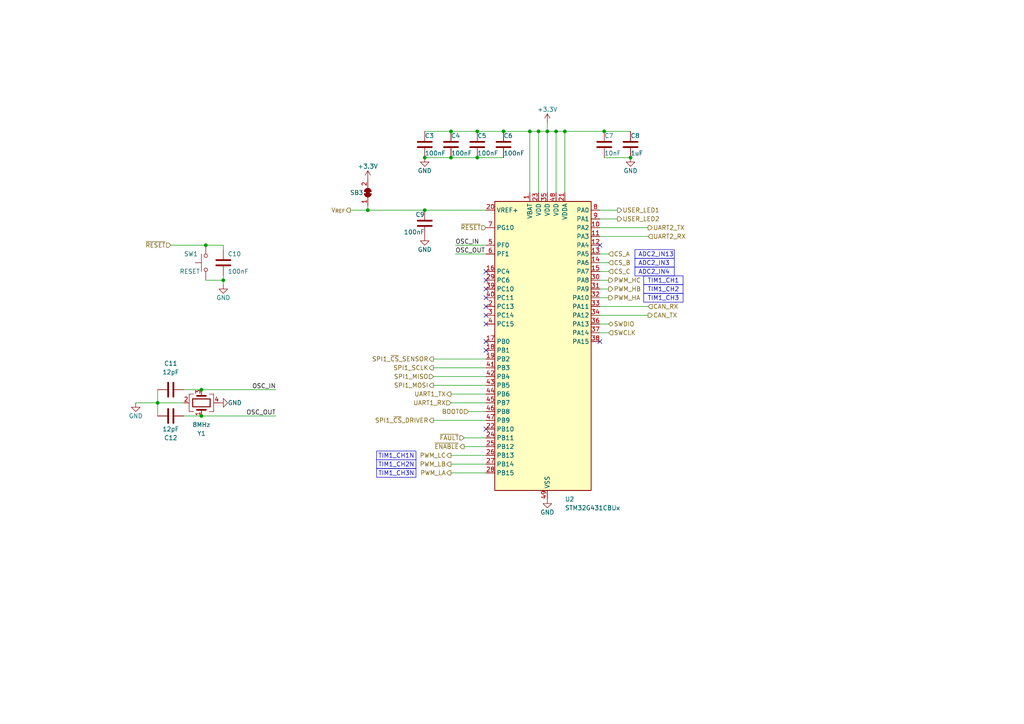
<source format=kicad_sch>
(kicad_sch (version 20230121) (generator eeschema)
  (paper "A4")
  (lib_symbols
    (symbol "Device:C" (pin_numbers hide) (pin_names (offset 0.254))
      (property "Reference" "C" (at 0.635 2.54 0))
      (property "Value" "C" (at 0.635 -2.54 0))
      (symbol "C_0_1"
        (polyline (pts (xy -2.032 -0.762) (xy 2.032 -0.762)) (stroke (width 0.508)))
        (polyline (pts (xy -2.032 0.762) (xy 2.032 0.762)) (stroke (width 0.508)))
      )
      (symbol "C_1_1"
        (pin passive line (at 0 3.81 270) (length 2.794) (name "~") (number "1"))
        (pin passive line (at 0 -3.81 90) (length 2.794) (name "~") (number "2"))
      )
    )
    (symbol "Device:Crystal_GND24" (pin_names (offset 1.016) hide)
      (property "Reference" "Y" (at 3.175 5.08 0))
      (property "Value" "Crystal_GND24" (at 3.175 3.175 0))
      (symbol "Crystal_GND24_0_1"
        (rectangle (start -1.143 2.54) (end 1.143 -2.54) (stroke (width 0.3048)))
        (polyline (pts (xy -2.54 0) (xy -2.032 0)))
        (polyline (pts (xy -2.032 -1.27) (xy -2.032 1.27)) (stroke (width 0.508)))
        (polyline (pts (xy 0 -3.81) (xy 0 -3.556)))
        (polyline (pts (xy 0 3.556) (xy 0 3.81)))
        (polyline (pts (xy 2.032 -1.27) (xy 2.032 1.27)) (stroke (width 0.508)))
        (polyline (pts (xy 2.032 0) (xy 2.54 0)))
        (polyline (pts (xy -2.54 -2.286) (xy -2.54 -3.556) (xy 2.54 -3.556) (xy 2.54 -2.286)))
        (polyline (pts (xy -2.54 2.286) (xy -2.54 3.556) (xy 2.54 3.556) (xy 2.54 2.286)))
      )
      (symbol "Crystal_GND24_1_1"
        (pin passive line (at -3.81 0 0) (length 1.27) (name "1") (number "1"))
        (pin passive line (at 0 5.08 270) (length 1.27) (name "2") (number "2"))
        (pin passive line (at 3.81 0 180) (length 1.27) (name "3") (number "3"))
        (pin passive line (at 0 -5.08 90) (length 1.27) (name "4") (number "4"))
      )
    )
    (symbol "GND_1" (power) (pin_names (offset 0))
      (property "Value" "GND_1" (at 0 -3.81 0))
      (symbol "GND_1_0_1"
        (polyline (pts (xy 0 0) (xy 0 -1.27) (xy 1.27 -1.27) (xy 0 -2.54) (xy -1.27 -1.27) (xy 0 -1.27)))
      )
      (symbol "GND_1_1_1"
        (pin power_in line (at 0 0 270) (length 0) hide (name "GND") (number "1"))
      )
    )
    (symbol "GND_2" (power) (pin_names (offset 0))
      (property "Value" "GND_2" (at 0 -3.81 0))
      (symbol "GND_2_0_1"
        (polyline (pts (xy 0 0) (xy 0 -1.27) (xy 1.27 -1.27) (xy 0 -2.54) (xy -1.27 -1.27) (xy 0 -1.27)))
      )
      (symbol "GND_2_1_1"
        (pin power_in line (at 0 0 270) (length 0) hide (name "GND") (number "1"))
      )
    )
    (symbol "Jumper:SolderJumper_2_Bridged" (pin_names (offset 0) hide)
      (property "Reference" "JP" (at 0 2.032 0))
      (property "Value" "SolderJumper_2_Bridged" (at 0 -2.54 0))
      (symbol "SolderJumper_2_Bridged_0_1"
        (rectangle (start -0.508 0.508) (end 0.508 -0.508) (fill (type outline)))
        (arc (start -0.254 1.016) (mid -1.2656 0) (end -0.254 -1.016))
        (arc (start -0.254 1.016) (mid -1.2656 0) (end -0.254 -1.016) (fill (type outline)))
        (polyline (pts (xy -0.254 1.016) (xy -0.254 -1.016)))
        (polyline (pts (xy 0.254 1.016) (xy 0.254 -1.016)))
        (arc (start 0.254 -1.016) (mid 1.2656 0) (end 0.254 1.016))
        (arc (start 0.254 -1.016) (mid 1.2656 0) (end 0.254 1.016) (fill (type outline)))
      )
      (symbol "SolderJumper_2_Bridged_1_1"
        (pin passive line (at -3.81 0 0) (length 2.54) (name "A") (number "1"))
        (pin passive line (at 3.81 0 180) (length 2.54) (name "B") (number "2"))
      )
    )
    (symbol "MCU_ST_STM32G4:STM32G431CBUx"
      (property "Reference" "U" (at -12.7 44.45 0))
      (property "Value" "STM32G431CBUx" (at 10.16 44.45 0))
      (symbol "STM32G431CBUx_0_1"
        (rectangle (start -12.7 -40.64) (end 15.24 43.18) (stroke (width 0.254)) (fill (type background)))
      )
      (symbol "STM32G431CBUx_1_1"
        (pin power_in line (at -2.54 45.72 270) (length 2.54) (name "VBAT") (number "1"))
        (pin bidirectional line (at 17.78 35.56 180) (length 2.54) (name "PA2") (number "10"))
        (pin bidirectional line (at 17.78 33.02 180) (length 2.54) (name "PA3") (number "11"))
        (pin bidirectional line (at 17.78 30.48 180) (length 2.54) (name "PA4") (number "12"))
        (pin bidirectional line (at 17.78 27.94 180) (length 2.54) (name "PA5") (number "13"))
        (pin bidirectional line (at 17.78 25.4 180) (length 2.54) (name "PA6") (number "14"))
        (pin bidirectional line (at 17.78 22.86 180) (length 2.54) (name "PA7") (number "15"))
        (pin bidirectional line (at -15.24 22.86 0) (length 2.54) (name "PC4") (number "16"))
        (pin bidirectional line (at -15.24 2.54 0) (length 2.54) (name "PB0") (number "17"))
        (pin bidirectional line (at -15.24 0 0) (length 2.54) (name "PB1") (number "18"))
        (pin bidirectional line (at -15.24 -2.54 0) (length 2.54) (name "PB2") (number "19"))
        (pin bidirectional line (at -15.24 12.7 0) (length 2.54) (name "PC13") (number "2"))
        (pin input line (at -15.24 40.64 0) (length 2.54) (name "VREF+") (number "20"))
        (pin power_in line (at 7.62 45.72 270) (length 2.54) (name "VDDA") (number "21"))
        (pin bidirectional line (at -15.24 -22.86 0) (length 2.54) (name "PB10") (number "22"))
        (pin power_in line (at 0 45.72 270) (length 2.54) (name "VDD") (number "23"))
        (pin bidirectional line (at -15.24 -25.4 0) (length 2.54) (name "PB11") (number "24"))
        (pin bidirectional line (at -15.24 -27.94 0) (length 2.54) (name "PB12") (number "25"))
        (pin bidirectional line (at -15.24 -30.48 0) (length 2.54) (name "PB13") (number "26"))
        (pin bidirectional line (at -15.24 -33.02 0) (length 2.54) (name "PB14") (number "27"))
        (pin bidirectional line (at -15.24 -35.56 0) (length 2.54) (name "PB15") (number "28"))
        (pin bidirectional line (at -15.24 20.32 0) (length 2.54) (name "PC6") (number "29"))
        (pin bidirectional line (at -15.24 10.16 0) (length 2.54) (name "PC14") (number "3"))
        (pin bidirectional line (at 17.78 20.32 180) (length 2.54) (name "PA8") (number "30"))
        (pin bidirectional line (at 17.78 17.78 180) (length 2.54) (name "PA9") (number "31"))
        (pin bidirectional line (at 17.78 15.24 180) (length 2.54) (name "PA10") (number "32"))
        (pin bidirectional line (at 17.78 12.7 180) (length 2.54) (name "PA11") (number "33"))
        (pin bidirectional line (at 17.78 10.16 180) (length 2.54) (name "PA12") (number "34"))
        (pin power_in line (at 2.54 45.72 270) (length 2.54) (name "VDD") (number "35"))
        (pin bidirectional line (at 17.78 7.62 180) (length 2.54) (name "PA13") (number "36"))
        (pin bidirectional line (at 17.78 5.08 180) (length 2.54) (name "PA14") (number "37"))
        (pin bidirectional line (at 17.78 2.54 180) (length 2.54) (name "PA15") (number "38"))
        (pin bidirectional line (at -15.24 17.78 0) (length 2.54) (name "PC10") (number "39"))
        (pin bidirectional line (at -15.24 7.62 0) (length 2.54) (name "PC15") (number "4"))
        (pin bidirectional line (at -15.24 15.24 0) (length 2.54) (name "PC11") (number "40"))
        (pin bidirectional line (at -15.24 -5.08 0) (length 2.54) (name "PB3") (number "41"))
        (pin bidirectional line (at -15.24 -7.62 0) (length 2.54) (name "PB4") (number "42"))
        (pin bidirectional line (at -15.24 -10.16 0) (length 2.54) (name "PB5") (number "43"))
        (pin bidirectional line (at -15.24 -12.7 0) (length 2.54) (name "PB6") (number "44"))
        (pin bidirectional line (at -15.24 -15.24 0) (length 2.54) (name "PB7") (number "45"))
        (pin bidirectional line (at -15.24 -17.78 0) (length 2.54) (name "PB8") (number "46"))
        (pin bidirectional line (at -15.24 -20.32 0) (length 2.54) (name "PB9") (number "47"))
        (pin power_in line (at 5.08 45.72 270) (length 2.54) (name "VDD") (number "48"))
        (pin power_in line (at 2.54 -43.18 90) (length 2.54) (name "VSS") (number "49"))
        (pin bidirectional line (at -15.24 30.48 0) (length 2.54) (name "PF0") (number "5"))
        (pin bidirectional line (at -15.24 27.94 0) (length 2.54) (name "PF1") (number "6"))
        (pin bidirectional line (at -15.24 35.56 0) (length 2.54) (name "PG10") (number "7"))
        (pin bidirectional line (at 17.78 40.64 180) (length 2.54) (name "PA0") (number "8"))
        (pin bidirectional line (at 17.78 38.1 180) (length 2.54) (name "PA1") (number "9"))
      )
    )
    (symbol "Switch:SW_Push" (pin_numbers hide) (pin_names (offset 1.016) hide)
      (property "Reference" "SW" (at 1.27 2.54 0))
      (property "Value" "SW_Push" (at 0 -1.524 0))
      (symbol "SW_Push_0_1"
        (circle (center -2.032 0) (radius 0.508))
        (polyline (pts (xy 0 1.27) (xy 0 3.048)))
        (polyline (pts (xy 2.54 1.27) (xy -2.54 1.27)))
        (circle (center 2.032 0) (radius 0.508))
        (pin passive line (at -5.08 0 0) (length 2.54) (name "1") (number "1"))
        (pin passive line (at 5.08 0 180) (length 2.54) (name "2") (number "2"))
      )
    )
    (symbol "power:+3.3V" (power) (pin_names (offset 0))
      (property "Value" "+3.3V" (at 0 3.556 0))
      (symbol "+3.3V_0_1"
        (polyline (pts (xy -0.762 1.27) (xy 0 2.54)))
        (polyline (pts (xy 0 0) (xy 0 2.54)))
        (polyline (pts (xy 0 2.54) (xy 0.762 1.27)))
      )
      (symbol "+3.3V_1_1"
        (pin power_in line (at 0 0 90) (length 0) hide (name "+3.3V") (number "1"))
      )
    )
    (symbol "power:GND" (power) (pin_names (offset 0))
      (property "Value" "GND" (at 0 -3.81 0))
      (symbol "GND_0_1"
        (polyline (pts (xy 0 0) (xy 0 -1.27) (xy 1.27 -1.27) (xy 0 -2.54) (xy -1.27 -1.27) (xy 0 -1.27)))
      )
      (symbol "GND_1_1"
        (pin power_in line (at 0 0 270) (length 0) hide (name "GND") (number "1"))
      )
    )
  )
  (junction (at 59.69 71.12))
  (junction (at 64.77 81.28))
  (junction (at 153.67 38.1))
  (junction (at 163.83 38.1))
  (junction (at 58.42 120.65))
  (junction (at 175.26 38.1))
  (junction (at 158.75 38.1))
  (junction (at 130.81 45.72))
  (junction (at 146.05 38.1))
  (junction (at 138.43 38.1))
  (junction (at 45.72 116.84))
  (junction (at 156.21 38.1))
  (junction (at 106.68 60.96))
  (junction (at 138.43 45.72))
  (junction (at 182.88 45.72))
  (junction (at 130.81 38.1))
  (junction (at 123.19 60.96))
  (junction (at 58.42 113.03))
  (junction (at 161.29 38.1))
  (junction (at 123.19 45.72))
  (no_connect (at 140.97 88.9))
  (no_connect (at 140.97 91.44))
  (no_connect (at 140.97 124.46))
  (no_connect (at 140.97 83.82))
  (no_connect (at 140.97 78.74))
  (no_connect (at 140.97 86.36))
  (no_connect (at 140.97 81.28))
  (no_connect (at 140.97 101.6))
  (no_connect (at 173.99 71.12))
  (no_connect (at 140.97 93.98))
  (no_connect (at 173.99 99.06))
  (no_connect (at 140.97 99.06))
  (wire (pts (xy 39.37 116.84) (xy 45.72 116.84)))
  (wire (pts (xy 132.08 73.66) (xy 140.97 73.66)))
  (wire (pts (xy 161.29 38.1) (xy 161.29 55.88)))
  (wire (pts (xy 59.69 71.12) (xy 49.53 71.12)))
  (wire (pts (xy 138.43 45.72) (xy 146.05 45.72)))
  (wire (pts (xy 140.97 114.3) (xy 130.81 114.3)))
  (wire (pts (xy 146.05 38.1) (xy 153.67 38.1)))
  (wire (pts (xy 130.81 38.1) (xy 123.19 38.1)))
  (wire (pts (xy 173.99 93.98) (xy 176.53 93.98)))
  (wire (pts (xy 140.97 111.76) (xy 125.73 111.76)))
  (wire (pts (xy 158.75 38.1) (xy 158.75 55.88)))
  (wire (pts (xy 53.34 113.03) (xy 58.42 113.03)))
  (wire (pts (xy 173.99 76.2) (xy 176.53 76.2)))
  (wire (pts (xy 173.99 86.36) (xy 176.53 86.36)))
  (wire (pts (xy 156.21 38.1) (xy 158.75 38.1)))
  (wire (pts (xy 140.97 116.84) (xy 130.81 116.84)))
  (wire (pts (xy 106.68 59.69) (xy 106.68 60.96)))
  (wire (pts (xy 138.43 38.1) (xy 130.81 38.1)))
  (wire (pts (xy 158.75 35.56) (xy 158.75 38.1)))
  (wire (pts (xy 153.67 38.1) (xy 153.67 55.88)))
  (wire (pts (xy 58.42 113.03) (xy 80.01 113.03)))
  (wire (pts (xy 130.81 45.72) (xy 138.43 45.72)))
  (wire (pts (xy 59.69 71.12) (xy 64.77 71.12)))
  (wire (pts (xy 134.62 127) (xy 140.97 127)))
  (wire (pts (xy 64.77 81.28) (xy 64.77 80.01)))
  (wire (pts (xy 125.73 121.92) (xy 140.97 121.92)))
  (wire (pts (xy 132.08 71.12) (xy 140.97 71.12)))
  (wire (pts (xy 175.26 45.72) (xy 182.88 45.72)))
  (wire (pts (xy 53.34 120.65) (xy 58.42 120.65)))
  (wire (pts (xy 64.77 81.28) (xy 64.77 82.55)))
  (wire (pts (xy 161.29 38.1) (xy 158.75 38.1)))
  (wire (pts (xy 135.89 119.38) (xy 140.97 119.38)))
  (wire (pts (xy 45.72 116.84) (xy 53.34 116.84)))
  (wire (pts (xy 123.19 45.72) (xy 130.81 45.72)))
  (wire (pts (xy 45.72 113.03) (xy 45.72 116.84)))
  (wire (pts (xy 123.19 60.96) (xy 140.97 60.96)))
  (wire (pts (xy 130.81 137.16) (xy 140.97 137.16)))
  (wire (pts (xy 64.77 71.12) (xy 64.77 72.39)))
  (wire (pts (xy 173.99 66.04) (xy 187.96 66.04)))
  (wire (pts (xy 45.72 116.84) (xy 45.72 120.65)))
  (wire (pts (xy 140.97 106.68) (xy 125.73 106.68)))
  (wire (pts (xy 156.21 38.1) (xy 156.21 55.88)))
  (wire (pts (xy 163.83 38.1) (xy 163.83 55.88)))
  (wire (pts (xy 173.99 88.9) (xy 187.96 88.9)))
  (wire (pts (xy 163.83 38.1) (xy 175.26 38.1)))
  (wire (pts (xy 175.26 38.1) (xy 182.88 38.1)))
  (wire (pts (xy 134.62 129.54) (xy 140.97 129.54)))
  (wire (pts (xy 140.97 109.22) (xy 125.73 109.22)))
  (wire (pts (xy 146.05 38.1) (xy 138.43 38.1)))
  (wire (pts (xy 59.69 81.28) (xy 64.77 81.28)))
  (wire (pts (xy 130.81 132.08) (xy 140.97 132.08)))
  (wire (pts (xy 179.07 60.96) (xy 173.99 60.96)))
  (wire (pts (xy 173.99 81.28) (xy 176.53 81.28)))
  (wire (pts (xy 106.68 60.96) (xy 123.19 60.96)))
  (wire (pts (xy 173.99 96.52) (xy 176.53 96.52)))
  (wire (pts (xy 130.81 134.62) (xy 140.97 134.62)))
  (wire (pts (xy 153.67 38.1) (xy 156.21 38.1)))
  (wire (pts (xy 173.99 73.66) (xy 176.53 73.66)))
  (wire (pts (xy 173.99 83.82) (xy 176.53 83.82)))
  (wire (pts (xy 173.99 91.44) (xy 187.96 91.44)))
  (wire (pts (xy 173.99 68.58) (xy 187.96 68.58)))
  (wire (pts (xy 101.6 60.96) (xy 106.68 60.96)))
  (wire (pts (xy 125.73 104.14) (xy 140.97 104.14)))
  (wire (pts (xy 179.07 63.5) (xy 173.99 63.5)))
  (wire (pts (xy 173.99 78.74) (xy 176.53 78.74)))
  (wire (pts (xy 161.29 38.1) (xy 163.83 38.1)))
  (wire (pts (xy 58.42 120.65) (xy 80.01 120.65)))
  (text_box "TIM1_CH2" (at 186.69 82.55 0) (size 11.43 2.54) (effects (font (size 1.27 1.27))))
  (text_box "ADC2_IN4" (at 184.15 77.47 0) (size 11.43 2.54) (effects (font (size 1.27 1.27)) (justify left)))
  (text_box "ADC2_IN13" (at 184.15 72.39 0) (size 11.43 2.54) (effects (font (size 1.27 1.27)) (justify left)))
  (text_box "TIM1_CH3N\n" (at 109.22 135.89 0) (size 11.43 2.54) (effects (font (size 1.27 1.27))))
  (text_box "TIM1_CH1" (at 186.69 80.01 0) (size 11.43 2.54) (effects (font (size 1.27 1.27))))
  (text_box "TIM1_CH1N" (at 109.22 130.81 0) (size 11.43 2.54) (effects (font (size 1.27 1.27))))
  (text_box "TIM1_CH2N" (at 109.22 133.35 0) (size 11.43 2.54) (effects (font (size 1.27 1.27))))
  (text_box "TIM1_CH3" (at 186.69 85.09 0) (size 11.43 2.54) (effects (font (size 1.27 1.27))))
  (text_box "ADC2_IN3" (at 184.15 74.93 0) (size 11.43 2.54) (effects (font (size 1.27 1.27)) (justify left)))
  (label "OSC_IN" (at 132.08 71.12 0))
  (label "OSC_OUT" (at 132.08 73.66 0))
  (label "OSC_IN" (at 80.01 113.03 180))
  (label "OSC_OUT" (at 80.01 120.65 180))
  (hierarchical_label "SWDIO" (shape bidirectional) (at 176.53 93.98 0))
  (hierarchical_label "~{RESET}" (shape input) (at 140.97 66.04 180))
  (hierarchical_label "PWM_LC" (shape output) (at 130.81 132.08 180))
  (hierarchical_label "UART2_RX" (shape input) (at 187.96 68.58 0))
  (hierarchical_label "SPI1_MISO" (shape input) (at 125.73 109.22 180))
  (hierarchical_label "CS_C" (shape input) (at 176.53 78.74 0))
  (hierarchical_label "UART1_TX" (shape output) (at 130.81 114.3 180))
  (hierarchical_label "PWM_LB" (shape output) (at 130.81 134.62 180))
  (hierarchical_label "~{ENABLE}" (shape output) (at 134.62 129.54 180))
  (hierarchical_label "SPI1_MOSI" (shape output) (at 125.73 111.76 180))
  (hierarchical_label "BOOT0" (shape input) (at 135.89 119.38 180))
  (hierarchical_label "SPI1_SCLK" (shape output) (at 125.73 106.68 180))
  (hierarchical_label "CS_A" (shape input) (at 176.53 73.66 0))
  (hierarchical_label "USER_LED1" (shape output) (at 179.07 60.96 0))
  (hierarchical_label "PWM_HB" (shape output) (at 176.53 83.82 0))
  (hierarchical_label "UART2_TX" (shape output) (at 187.96 66.04 0))
  (hierarchical_label "V_{REF}" (shape output) (at 101.6 60.96 180))
  (hierarchical_label "CS_B" (shape input) (at 176.53 76.2 0))
  (hierarchical_label "SWCLK" (shape input) (at 176.53 96.52 0))
  (hierarchical_label "PWM_HC" (shape output) (at 176.53 81.28 0))
  (hierarchical_label "~{FAULT}" (shape input) (at 134.62 127 180))
  (hierarchical_label "CAN_RX" (shape input) (at 187.96 88.9 0))
  (hierarchical_label "USER_LED2" (shape output) (at 179.07 63.5 0))
  (hierarchical_label "SPI1_~{CS}_DRIVER" (shape output) (at 125.73 121.92 180))
  (hierarchical_label "PWM_HA" (shape output) (at 176.53 86.36 0))
  (hierarchical_label "UART1_RX" (shape input) (at 130.81 116.84 180))
  (hierarchical_label "PWM_LA" (shape output) (at 130.81 137.16 180))
  (hierarchical_label "SPI1_~{CS}_SENSOR" (shape output) (at 125.73 104.14 180))
  (hierarchical_label "CAN_TX" (shape output) (at 187.96 91.44 0))
  (hierarchical_label "~{RESET}" (shape input) (at 49.53 71.12 180))
  (symbol (lib_id "Device:C") (at 123.19 64.77 0) (mirror y) (unit 1)
    (property "Reference" "C9" (at 123.19 62.23 0) (effects (justify left)))
    (property "Value" "100nF" (at 123.19 67.31 0) (effects (justify left)))
    (property "Footprint" "Capacitor_SMD:C_0402_1005Metric" (effects hide))
    (property "JLCPCB Part #" "C1525" (effects hide))
    (property "MFR.Part #" "CL05B104KO5NNNC" (effects hide))
    (instances (project "moco-oi401" (path "" (reference "C9") (unit 1))) (project "moco-od501" (path "" (reference "C?") (unit 1))))
  )
  (symbol (lib_id "Device:C") (at 175.26 41.91 0) (unit 1)
    (property "Reference" "C7" (at 175.26 39.37 0) (effects (justify left)))
    (property "Value" "10nF" (at 175.26 44.45 0) (effects (justify left)))
    (property "Footprint" "Capacitor_SMD:C_0402_1005Metric" (effects hide))
    (property "JLCPCB Part #" "C1525" (effects hide))
    (property "MFR.Part #" "CL05B104KO5NNNC" (effects hide))
    (instances (project "moco-oi401" (path "" (reference "C7") (unit 1))) (project "moco-od501" (path "" (reference "C?") (unit 1))))
  )
  (symbol (lib_id "power:+3.3V") (at 106.68 52.07 0) (unit 1)
    (property "Reference" "#PWR017" (effects hide))
    (property "Value" "+3.3V" (at 106.68 48.26 0))
    (instances (project "moco-oi401" (path "" (reference "#PWR017") (unit 1))) (project "moco-od501" (path "" (reference "#PWR?") (unit 1))))
  )
  (symbol (lib_id "power:GND") (at 182.88 45.72 0) (unit 1)
    (property "Reference" "#PWR016" (effects hide))
    (property "Value" "GND" (at 182.88 49.53 0))
    (instances (project "moco-oi401" (path "" (reference "#PWR016") (unit 1))) (project "moco-od501" (path "" (reference "#PWR?") (unit 1))))
  )
  (symbol (lib_id "Device:C") (at 138.43 41.91 0) (unit 1)
    (property "Reference" "C5" (at 138.43 39.37 0) (effects (justify left)))
    (property "Value" "100nF" (at 138.43 44.45 0) (effects (justify left)))
    (property "Footprint" "Capacitor_SMD:C_0402_1005Metric" (effects hide))
    (property "JLCPCB Part #" "C1525" (effects hide))
    (property "MFR.Part #" "CL05B104KO5NNNC" (effects hide))
    (instances (project "moco-oi401" (path "" (reference "C5") (unit 1))) (project "moco-od501" (path "" (reference "C?") (unit 1))))
  )
  (symbol (lib_id "power:GND") (at 64.77 82.55 0) (unit 1)
    (property "Reference" "#PWR019" (effects hide))
    (property "Value" "GND" (at 64.77 86.36 0))
    (instances (project "moco-oi401" (path "" (reference "#PWR019") (unit 1))) (project "moco-od501" (path "" (reference "#PWR?") (unit 1))))
  )
  (symbol (lib_id "power:GND") (at 123.19 68.58 0) (mirror y) (unit 1)
    (property "Reference" "#PWR018" (effects hide))
    (property "Value" "GND" (at 123.19 72.39 0))
    (instances (project "moco-oi401" (path "" (reference "#PWR018") (unit 1))) (project "moco-od501" (path "" (reference "#PWR?") (unit 1))))
  )
  (symbol (lib_id "Device:C") (at 64.77 76.2 0) (unit 1)
    (property "Reference" "C10" (at 66.04 73.66 0) (effects (justify left)))
    (property "Value" "100nF" (at 66.04 78.74 0) (effects (justify left)))
    (property "Footprint" "Capacitor_SMD:C_0402_1005Metric" (effects hide))
    (property "JLCPCB Part #" "C1525" (effects hide))
    (property "MFR.Part #" "CL05B104KO5NNNC" (effects hide))
    (instances (project "moco-oi401" (path "" (reference "C10") (unit 1))) (project "moco-od501" (path "" (reference "C?") (unit 1))))
  )
  (symbol (lib_id "power:GND") (at 158.75 144.78 0) (mirror y) (unit 1)
    (property "Reference" "#PWR022" (effects hide))
    (property "Value" "GND" (at 158.75 148.59 0))
    (instances (project "moco-oi401" (path "" (reference "#PWR022") (unit 1))) (project "moco-od501" (path "" (reference "#PWR?") (unit 1))))
  )
  (symbol (lib_name "GND_1") (lib_id "power:GND") (at 39.37 116.84 0) (unit 1)
    (property "Reference" "#PWR020" (effects hide))
    (property "Value" "GND" (at 39.37 120.65 0))
    (instances (project "moco-oi401" (path "" (reference "#PWR020") (unit 1))) (project "moco-od501" (path "" (reference "#PWR?") (unit 1))))
  )
  (symbol (lib_id "Device:C") (at 49.53 113.03 90) (unit 1)
    (property "Reference" "C11" (at 49.53 105.41 90))
    (property "Value" "12pF" (at 49.53 107.95 90))
    (property "Footprint" "Capacitor_SMD:C_0402_1005Metric" (effects hide))
    (instances (project "moco-oi401" (path "" (reference "C11") (unit 1))) (project "moco-od501" (path "" (reference "C?") (unit 1))))
  )
  (symbol (lib_id "Device:C") (at 49.53 120.65 90) (unit 1)
    (property "Reference" "C12" (at 49.53 127 90))
    (property "Value" "12pF" (at 49.53 124.46 90))
    (property "Footprint" "Capacitor_SMD:C_0402_1005Metric" (effects hide))
    (instances (project "moco-oi401" (path "" (reference "C12") (unit 1))) (project "moco-od501" (path "" (reference "C?") (unit 1))))
  )
  (symbol (lib_id "Device:C") (at 130.81 41.91 0) (unit 1)
    (property "Reference" "C4" (at 130.81 39.37 0) (effects (justify left)))
    (property "Value" "100nF" (at 130.81 44.45 0) (effects (justify left)))
    (property "Footprint" "Capacitor_SMD:C_0402_1005Metric" (effects hide))
    (property "JLCPCB Part #" "C1525" (effects hide))
    (property "MFR.Part #" "CL05B104KO5NNNC" (effects hide))
    (instances (project "moco-oi401" (path "" (reference "C4") (unit 1))) (project "moco-od501" (path "" (reference "C?") (unit 1))))
  )
  (symbol (lib_name "GND_2") (lib_id "power:GND") (at 63.5 116.84 90) (unit 1)
    (property "Reference" "#PWR021" (effects hide))
    (property "Value" "GND" (at 66.04 116.84 90) (effects (justify right)))
    (instances (project "moco-oi401" (path "" (reference "#PWR021") (unit 1))) (project "moco-od501" (path "" (reference "#PWR?") (unit 1))))
  )
  (symbol (lib_id "Switch:SW_Push") (at 59.69 76.2 90) (unit 1)
    (property "Reference" "SW1" (at 53.34 73.66 90) (effects (justify right)))
    (property "Value" "RESET" (at 52.07 78.74 90) (effects (justify right)))
    (property "Footprint" "Button_Switch_SMD:SW_SPST_CK_RS282G05A3" (effects hide))
    (instances (project "moco-oi401" (path "" (reference "SW1") (unit 1))) (project "moco-od501" (path "" (reference "SW?") (unit 1))))
  )
  (symbol (lib_id "Device:Crystal_GND24") (at 58.42 116.84 90) (unit 1)
    (property "Reference" "Y1" (at 58.42 125.73 90))
    (property "Value" "8MHz" (at 58.42 123.19 90))
    (property "Footprint" "Crystal:Crystal_SMD_3225-4Pin_3.2x2.5mm" (effects hide))
    (instances (project "moco-oi401" (path "" (reference "Y1") (unit 1))) (project "moco-od501" (path "" (reference "Y?") (unit 1))))
  )
  (symbol (lib_id "power:GND") (at 123.19 45.72 0) (unit 1)
    (property "Reference" "#PWR015" (effects hide))
    (property "Value" "GND" (at 123.19 49.53 0))
    (instances (project "moco-oi401" (path "" (reference "#PWR015") (unit 1))) (project "moco-od501" (path "" (reference "#PWR?") (unit 1))))
  )
  (symbol (lib_id "Device:C") (at 123.19 41.91 0) (unit 1)
    (property "Reference" "C3" (at 123.19 39.37 0) (effects (justify left)))
    (property "Value" "100nF" (at 123.19 44.45 0) (effects (justify left)))
    (property "Footprint" "Capacitor_SMD:C_0402_1005Metric" (effects hide))
    (property "JLCPCB Part #" "C1525" (effects hide))
    (property "MFR.Part #" "CL05B104KO5NNNC" (effects hide))
    (instances (project "moco-oi401" (path "" (reference "C3") (unit 1))) (project "moco-od501" (path "" (reference "C?") (unit 1))))
  )
  (symbol (lib_id "Jumper:SolderJumper_2_Bridged") (at 106.68 55.88 270) (mirror x) (unit 1)
    (property "Reference" "SB3" (at 105.41 55.88 90) (effects (justify right)))
    (property "Value" "SolderJumper_2_Bridged" (effects hide))
    (property "Footprint" "Jumper:SolderJumper-2_P1.3mm_Bridged_RoundedPad1.0x1.5mm" (effects hide))
  )
  (symbol (lib_id "Device:C") (at 182.88 41.91 0) (unit 1)
    (property "Reference" "C8" (at 182.88 39.37 0) (effects (justify left)))
    (property "Value" "1uF" (at 182.88 44.45 0) (effects (justify left)))
    (property "Footprint" "Capacitor_SMD:C_0402_1005Metric" (effects hide))
    (instances (project "moco-oi401" (path "" (reference "C8") (unit 1))) (project "moco-od501" (path "" (reference "C?") (unit 1))))
  )
  (symbol (lib_id "MCU_ST_STM32G4:STM32G431CBUx") (at 156.21 101.6 0) (unit 1)
    (property "Reference" "U2" (at 163.83 144.78 0) (effects (justify left)))
    (property "Value" "STM32G431CBUx" (at 163.83 147.32 0) (effects (justify left)))
    (property "Footprint" "Package_DFN_QFN:QFN-48-1EP_7x7mm_P0.5mm_EP5.6x5.6mm" (effects hide))
    (property "Datasheet" "https://www.st.com/resource/en/datasheet/stm32g431cb.pdf" (effects hide))
    (property "JLCPCB Part #" "C529356" (effects hide))
    (property "MFR.Part #" "STM32G431CBU6" (effects hide))
    (instances (project "moco-oi401" (path "" (reference "U2") (unit 1))) (project "moco-od501" (path "" (reference "U?") (unit 1))))
  )
  (symbol (lib_id "power:+3.3V") (at 158.75 35.56 0) (unit 1)
    (property "Reference" "#PWR014" (effects hide))
    (property "Value" "+3.3V" (at 158.75 31.75 0))
    (instances (project "moco-oi401" (path "" (reference "#PWR014") (unit 1))) (project "moco-od501" (path "" (reference "#PWR?") (unit 1))))
  )
  (symbol (lib_id "Device:C") (at 146.05 41.91 0) (unit 1)
    (property "Reference" "C6" (at 146.05 39.37 0) (effects (justify left)))
    (property "Value" "100nF" (at 146.05 44.45 0) (effects (justify left)))
    (property "Footprint" "Capacitor_SMD:C_0402_1005Metric" (effects hide))
    (property "JLCPCB Part #" "C1525" (effects hide))
    (property "MFR.Part #" "CL05B104KO5NNNC" (effects hide))
    (instances (project "moco-oi401" (path "" (reference "C6") (unit 1))) (project "moco-od501" (path "" (reference "C?") (unit 1))))
  )
)
</source>
